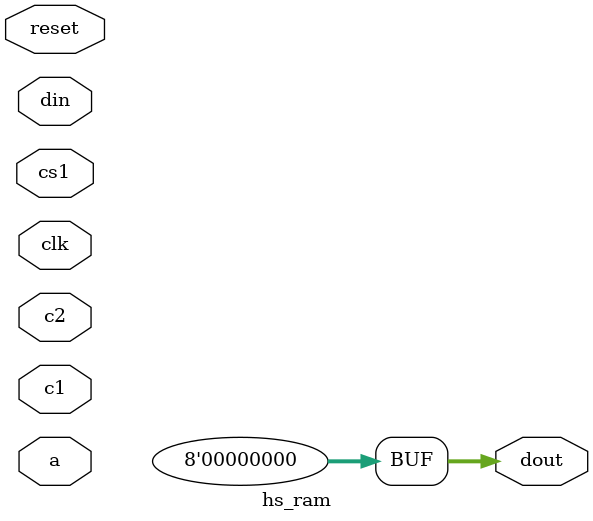
<source format=v>

module hs_ram(input clk,
	      input 	   reset,
	      input [5:0]  a,
	      output [7:0] dout,
	      input [7:0]  din,
	      input 	   c1,
	      input 	   c2,
	      input 	   cs1);
   
   assign dout = 8'b0;
   
endmodule

</source>
